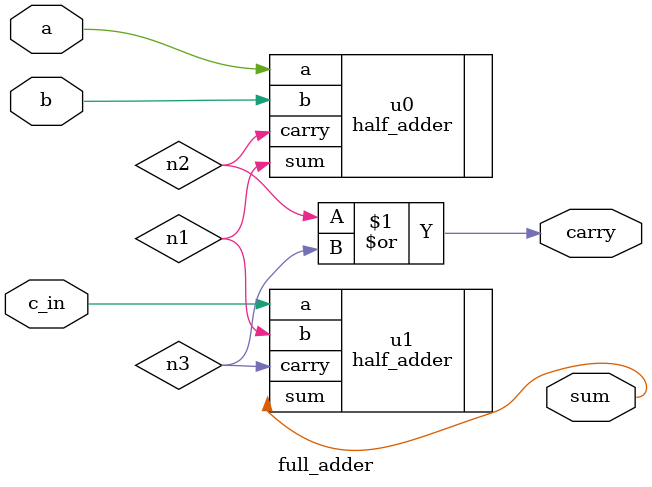
<source format=v>

module full_adder(
    input a,
    input b,
    input c_in,
    output sum,
    output carry
);

wire n1, n2, n3;

half_adder u0(.a(a),.b(b),.sum(n1),.carry(n2));
half_adder u1(.a(c_in),.b(n1),.sum(sum),.carry(n3));
or (carry,n2,n3);

endmodule
</source>
